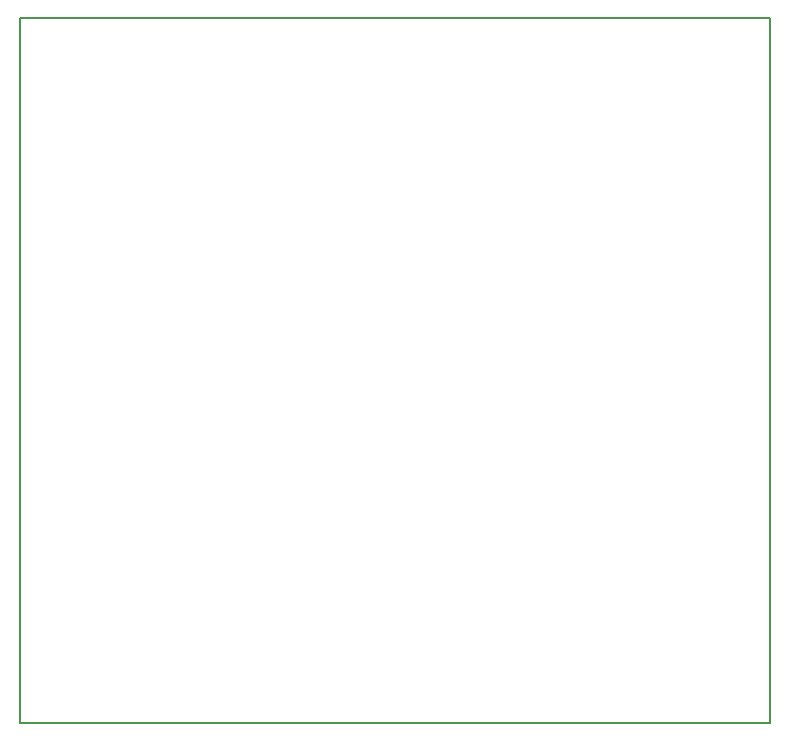
<source format=gbr>
%TF.GenerationSoftware,KiCad,Pcbnew,5.1.6*%
%TF.CreationDate,2020-09-09T09:45:11+10:00*%
%TF.ProjectId,TX,54582e6b-6963-4616-945f-706362585858,rev?*%
%TF.SameCoordinates,Original*%
%TF.FileFunction,Profile,NP*%
%FSLAX46Y46*%
G04 Gerber Fmt 4.6, Leading zero omitted, Abs format (unit mm)*
G04 Created by KiCad (PCBNEW 5.1.6) date 2020-09-09 09:45:11*
%MOMM*%
%LPD*%
G01*
G04 APERTURE LIST*
%TA.AperFunction,Profile*%
%ADD10C,0.150000*%
%TD*%
G04 APERTURE END LIST*
D10*
X123190000Y-129540000D02*
X123190000Y-123190000D01*
X186690000Y-129540000D02*
X123190000Y-129540000D01*
X186690000Y-123190000D02*
X186690000Y-129540000D01*
X186690000Y-69850000D02*
X123190000Y-69850000D01*
X186690000Y-123190000D02*
X186690000Y-69850000D01*
X123190000Y-69850000D02*
X123190000Y-123190000D01*
M02*

</source>
